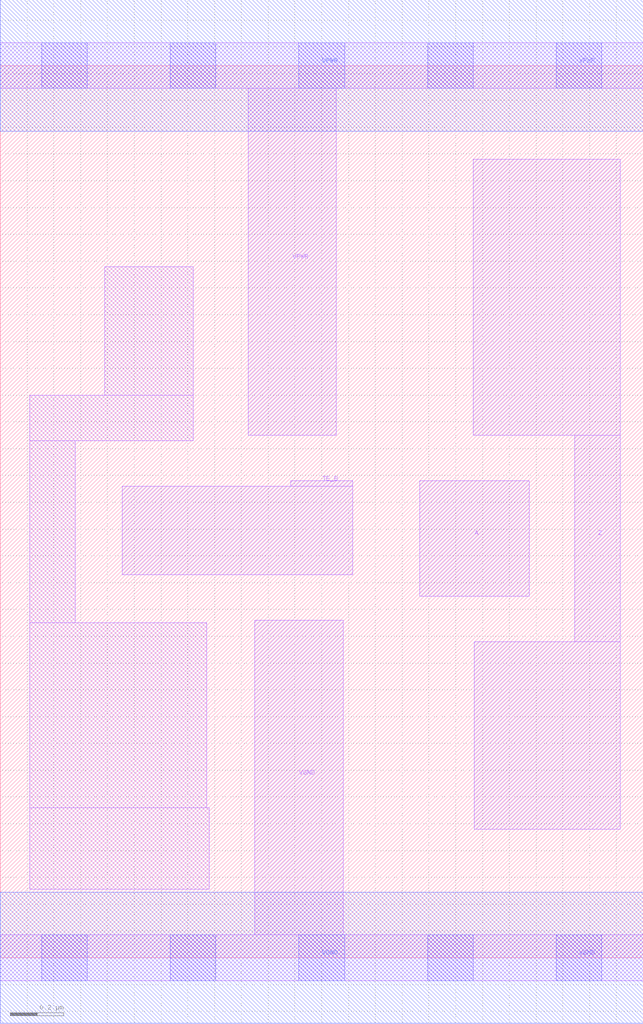
<source format=lef>
# Copyright 2020 The SkyWater PDK Authors
#
# Licensed under the Apache License, Version 2.0 (the "License");
# you may not use this file except in compliance with the License.
# You may obtain a copy of the License at
#
#     https://www.apache.org/licenses/LICENSE-2.0
#
# Unless required by applicable law or agreed to in writing, software
# distributed under the License is distributed on an "AS IS" BASIS,
# WITHOUT WARRANTIES OR CONDITIONS OF ANY KIND, either express or implied.
# See the License for the specific language governing permissions and
# limitations under the License.
#
# SPDX-License-Identifier: Apache-2.0

VERSION 5.7 ;
  NAMESCASESENSITIVE ON ;
  NOWIREEXTENSIONATPIN ON ;
  DIVIDERCHAR "/" ;
  BUSBITCHARS "[]" ;
UNITS
  DATABASE MICRONS 200 ;
END UNITS
MACRO sky130_fd_sc_ls__einvn_1
  CLASS CORE ;
  SOURCE USER ;
  FOREIGN sky130_fd_sc_ls__einvn_1 ;
  ORIGIN  0.000000  0.000000 ;
  SIZE  2.400000 BY  3.330000 ;
  SYMMETRY X Y ;
  SITE unit ;
  PIN A
    ANTENNAGATEAREA  0.279000 ;
    DIRECTION INPUT ;
    USE SIGNAL ;
    PORT
      LAYER li1 ;
        RECT 1.565000 1.350000 1.975000 1.780000 ;
    END
  END A
  PIN TE_B
    ANTENNAGATEAREA  0.327000 ;
    DIRECTION INPUT ;
    USE SIGNAL ;
    PORT
      LAYER li1 ;
        RECT 0.455000 1.430000 1.315000 1.760000 ;
        RECT 1.085000 1.760000 1.315000 1.780000 ;
    END
  END TE_B
  PIN Z
    ANTENNADIFFAREA  0.541300 ;
    DIRECTION OUTPUT ;
    USE SIGNAL ;
    PORT
      LAYER li1 ;
        RECT 1.765000 1.950000 2.315000 2.980000 ;
        RECT 1.770000 0.480000 2.315000 1.180000 ;
        RECT 2.145000 1.180000 2.315000 1.950000 ;
    END
  END Z
  PIN VGND
    DIRECTION INOUT ;
    SHAPE ABUTMENT ;
    USE GROUND ;
    PORT
      LAYER li1 ;
        RECT 0.000000 -0.085000 2.400000 0.085000 ;
        RECT 0.950000  0.085000 1.280000 1.260000 ;
      LAYER mcon ;
        RECT 0.155000 -0.085000 0.325000 0.085000 ;
        RECT 0.635000 -0.085000 0.805000 0.085000 ;
        RECT 1.115000 -0.085000 1.285000 0.085000 ;
        RECT 1.595000 -0.085000 1.765000 0.085000 ;
        RECT 2.075000 -0.085000 2.245000 0.085000 ;
      LAYER met1 ;
        RECT 0.000000 -0.245000 2.400000 0.245000 ;
    END
  END VGND
  PIN VPWR
    DIRECTION INOUT ;
    SHAPE ABUTMENT ;
    USE POWER ;
    PORT
      LAYER li1 ;
        RECT 0.000000 3.245000 2.400000 3.415000 ;
        RECT 0.925000 1.950000 1.255000 3.245000 ;
      LAYER mcon ;
        RECT 0.155000 3.245000 0.325000 3.415000 ;
        RECT 0.635000 3.245000 0.805000 3.415000 ;
        RECT 1.115000 3.245000 1.285000 3.415000 ;
        RECT 1.595000 3.245000 1.765000 3.415000 ;
        RECT 2.075000 3.245000 2.245000 3.415000 ;
      LAYER met1 ;
        RECT 0.000000 3.085000 2.400000 3.575000 ;
    END
  END VPWR
  OBS
    LAYER li1 ;
      RECT 0.110000 0.255000 0.780000 0.560000 ;
      RECT 0.110000 0.560000 0.770000 1.250000 ;
      RECT 0.110000 1.250000 0.280000 1.930000 ;
      RECT 0.110000 1.930000 0.720000 2.100000 ;
      RECT 0.390000 2.100000 0.720000 2.580000 ;
  END
END sky130_fd_sc_ls__einvn_1

</source>
